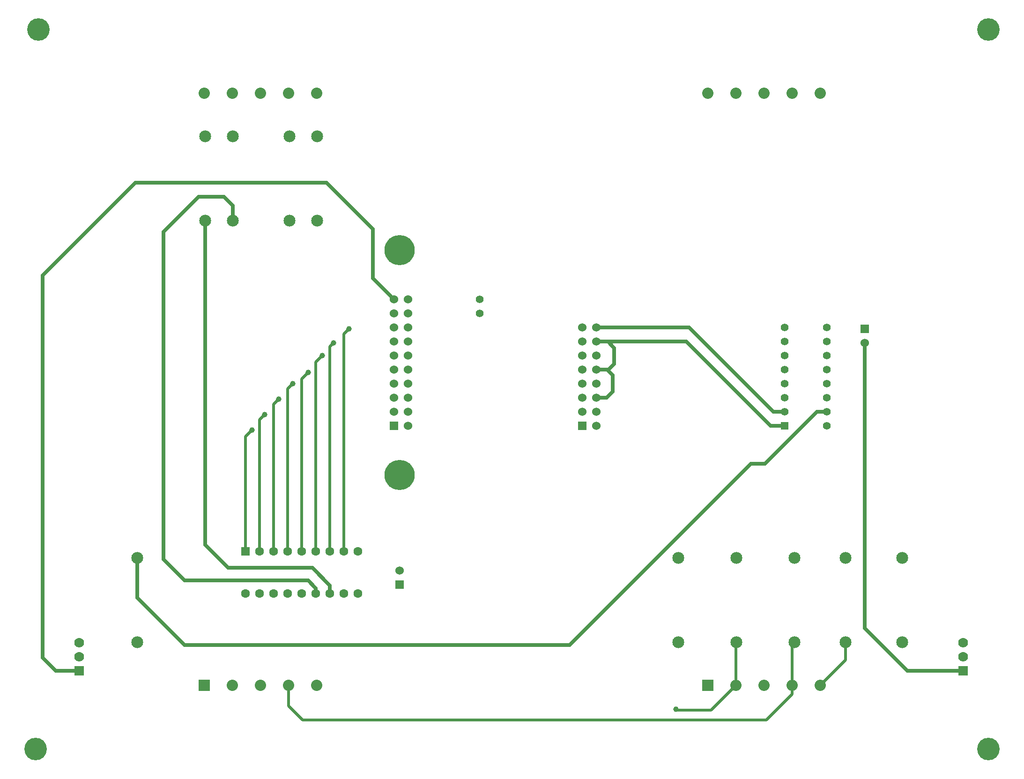
<source format=gtl>
G04 (created by PCBNEW (2013-07-07 BZR 4022)-stable) date 6/9/2015 5:45:07 PM*
%MOIN*%
G04 Gerber Fmt 3.4, Leading zero omitted, Abs format*
%FSLAX34Y34*%
G01*
G70*
G90*
G04 APERTURE LIST*
%ADD10C,0.00590551*%
%ADD11R,0.08X0.08*%
%ADD12C,0.08*%
%ADD13R,0.0629921X0.0629921*%
%ADD14C,0.0629921*%
%ADD15R,0.055X0.055*%
%ADD16C,0.055*%
%ADD17C,0.07*%
%ADD18R,0.07X0.07*%
%ADD19C,0.0843701*%
%ADD20R,0.06X0.06*%
%ADD21C,0.06*%
%ADD22C,0.215*%
%ADD23C,0.16*%
%ADD24C,0.0393701*%
%ADD25C,0.02*%
%ADD26C,0.027874*%
G04 APERTURE END LIST*
G54D10*
G54D11*
X76039Y-81444D03*
G54D12*
X78039Y-81444D03*
X80039Y-81444D03*
X82039Y-81444D03*
X82039Y-39318D03*
X80039Y-39318D03*
X78039Y-39318D03*
X76039Y-39318D03*
X84039Y-81444D03*
X84039Y-39318D03*
G54D11*
X40212Y-81444D03*
G54D12*
X42212Y-81444D03*
X44212Y-81444D03*
X46212Y-81444D03*
X46212Y-39318D03*
X44212Y-39318D03*
X42212Y-39318D03*
X40212Y-39318D03*
X48212Y-81444D03*
X48212Y-39318D03*
G54D13*
X43145Y-71925D03*
G54D14*
X44145Y-71925D03*
X45145Y-71925D03*
X46145Y-71925D03*
X47145Y-71925D03*
X48145Y-71925D03*
X49145Y-71925D03*
X50145Y-71925D03*
X51145Y-71925D03*
X51145Y-74925D03*
X50145Y-74925D03*
X49145Y-74925D03*
X48145Y-74925D03*
X47145Y-74925D03*
X46145Y-74925D03*
X45145Y-74925D03*
X44145Y-74925D03*
X43145Y-74925D03*
G54D15*
X81500Y-63000D03*
G54D16*
X81500Y-62000D03*
X81500Y-61000D03*
X81500Y-60000D03*
X81500Y-59000D03*
X81500Y-58000D03*
X81500Y-57000D03*
X81500Y-56000D03*
X84500Y-56000D03*
X84500Y-57000D03*
X84500Y-58000D03*
X84500Y-59000D03*
X84500Y-60000D03*
X84500Y-61000D03*
X84500Y-62000D03*
X84500Y-63000D03*
G54D17*
X31299Y-78429D03*
X31299Y-79429D03*
G54D18*
X31299Y-80429D03*
G54D17*
X94192Y-78429D03*
X94192Y-79429D03*
G54D18*
X94192Y-80429D03*
G54D16*
X59800Y-54000D03*
X59800Y-55000D03*
G54D19*
X35433Y-78393D03*
X35433Y-72393D03*
G54D20*
X87200Y-56100D03*
G54D21*
X87200Y-57100D03*
G54D19*
X40255Y-48374D03*
X40255Y-42374D03*
X89862Y-78393D03*
X89862Y-72393D03*
X85826Y-72393D03*
X85826Y-78393D03*
X42224Y-48374D03*
X42224Y-42374D03*
X73917Y-72393D03*
X73917Y-78393D03*
X78051Y-72393D03*
X78051Y-78393D03*
X82185Y-72393D03*
X82185Y-78393D03*
X48228Y-48374D03*
X48228Y-42374D03*
X46259Y-48374D03*
X46259Y-42374D03*
G54D20*
X54100Y-74300D03*
G54D21*
X54100Y-73300D03*
G54D20*
X67100Y-63000D03*
G54D21*
X68100Y-63000D03*
X67100Y-62000D03*
X68100Y-62000D03*
X67100Y-61000D03*
X68100Y-61000D03*
X67100Y-60000D03*
X68100Y-60000D03*
X67100Y-59000D03*
X68100Y-59000D03*
X67100Y-58000D03*
X68100Y-58000D03*
X67100Y-57000D03*
X68100Y-57000D03*
X67100Y-56000D03*
X68100Y-56000D03*
G54D20*
X53700Y-63000D03*
G54D21*
X54700Y-63000D03*
X53700Y-62000D03*
X54700Y-62000D03*
X53700Y-61000D03*
X54700Y-61000D03*
X53700Y-60000D03*
X54700Y-60000D03*
X53700Y-59000D03*
X54700Y-59000D03*
X53700Y-58000D03*
X54700Y-58000D03*
X53700Y-57000D03*
X54700Y-57000D03*
X53700Y-56000D03*
X54700Y-56000D03*
X53700Y-55000D03*
X54700Y-55000D03*
X53700Y-54000D03*
X54700Y-54000D03*
G54D22*
X54100Y-66500D03*
X54100Y-50500D03*
G54D23*
X28200Y-86000D03*
X96000Y-86000D03*
X96000Y-34800D03*
X28400Y-34800D03*
G54D24*
X43600Y-63300D03*
X44500Y-62200D03*
X45500Y-61100D03*
X46500Y-60000D03*
X47600Y-59200D03*
X48600Y-58000D03*
X49400Y-57100D03*
X50500Y-56100D03*
X73779Y-83169D03*
G54D25*
X43145Y-71925D02*
X43145Y-63754D01*
X43145Y-63754D02*
X43600Y-63300D01*
X44145Y-71925D02*
X44145Y-62554D01*
X44145Y-62554D02*
X44500Y-62200D01*
X45145Y-71925D02*
X45145Y-61454D01*
X45145Y-61454D02*
X45500Y-61100D01*
X46145Y-71925D02*
X46145Y-60354D01*
X46145Y-60354D02*
X46500Y-60000D01*
G54D26*
X68100Y-59000D02*
X68881Y-59000D01*
X68822Y-61000D02*
X68100Y-61000D01*
X69271Y-60551D02*
X68822Y-61000D01*
X69271Y-59389D02*
X69271Y-60551D01*
X68881Y-59000D02*
X69271Y-59389D01*
X68100Y-57000D02*
X68929Y-57000D01*
X68952Y-59000D02*
X68100Y-59000D01*
X69370Y-58582D02*
X68952Y-59000D01*
X69370Y-57440D02*
X69370Y-58582D01*
X68929Y-57000D02*
X69370Y-57440D01*
X68100Y-57000D02*
X74500Y-57000D01*
X80500Y-63000D02*
X81500Y-63000D01*
X74500Y-57000D02*
X80500Y-63000D01*
X68100Y-56000D02*
X74700Y-56000D01*
X80700Y-62000D02*
X81500Y-62000D01*
X74700Y-56000D02*
X80700Y-62000D01*
G54D25*
X47145Y-71925D02*
X47145Y-59654D01*
X47145Y-59654D02*
X47600Y-59200D01*
X48145Y-71925D02*
X48145Y-58454D01*
X48145Y-58454D02*
X48600Y-58000D01*
X49145Y-71925D02*
X49145Y-57354D01*
X49145Y-57354D02*
X49400Y-57100D01*
X50145Y-71925D02*
X50145Y-56454D01*
X50145Y-56454D02*
X50500Y-56100D01*
X82039Y-81444D02*
X82039Y-78539D01*
X82039Y-78539D02*
X82185Y-78393D01*
X46212Y-81444D02*
X46212Y-82925D01*
X82039Y-82074D02*
X82039Y-81444D01*
X80196Y-83917D02*
X82039Y-82074D01*
X47204Y-83917D02*
X80196Y-83917D01*
X46212Y-82925D02*
X47204Y-83917D01*
X78039Y-81444D02*
X78039Y-78405D01*
X78039Y-78405D02*
X78051Y-78393D01*
X76275Y-83208D02*
X78039Y-81444D01*
X73818Y-83208D02*
X76275Y-83208D01*
X73779Y-83169D02*
X73818Y-83208D01*
X85826Y-78393D02*
X85826Y-79657D01*
X85826Y-79657D02*
X84039Y-81444D01*
G54D26*
X87200Y-57100D02*
X87200Y-77400D01*
X90229Y-80429D02*
X94192Y-80429D01*
X87200Y-77400D02*
X90229Y-80429D01*
X31299Y-80429D02*
X29629Y-80429D01*
X52200Y-52500D02*
X53700Y-54000D01*
X52200Y-49000D02*
X52200Y-52500D01*
X48900Y-45700D02*
X52200Y-49000D01*
X35300Y-45700D02*
X48900Y-45700D01*
X28700Y-52300D02*
X35300Y-45700D01*
X28700Y-79500D02*
X28700Y-52300D01*
X29629Y-80429D02*
X28700Y-79500D01*
X48145Y-74925D02*
X48145Y-74545D01*
X42224Y-47324D02*
X42224Y-48374D01*
X41600Y-46700D02*
X42224Y-47324D01*
X39800Y-46700D02*
X41600Y-46700D01*
X37300Y-49200D02*
X39800Y-46700D01*
X37300Y-72500D02*
X37300Y-49200D01*
X38800Y-74000D02*
X37300Y-72500D01*
X47600Y-74000D02*
X38800Y-74000D01*
X48145Y-74545D02*
X47600Y-74000D01*
X40255Y-48374D02*
X40255Y-71455D01*
X49145Y-74345D02*
X49145Y-74925D01*
X47900Y-73100D02*
X49145Y-74345D01*
X41900Y-73100D02*
X47900Y-73100D01*
X40255Y-71455D02*
X41900Y-73100D01*
X35433Y-72393D02*
X35433Y-75233D01*
X83800Y-62000D02*
X84500Y-62000D01*
X80100Y-65700D02*
X83800Y-62000D01*
X79100Y-65700D02*
X80100Y-65700D01*
X66200Y-78600D02*
X79100Y-65700D01*
X38800Y-78600D02*
X66200Y-78600D01*
X35433Y-75233D02*
X38800Y-78600D01*
M02*

</source>
